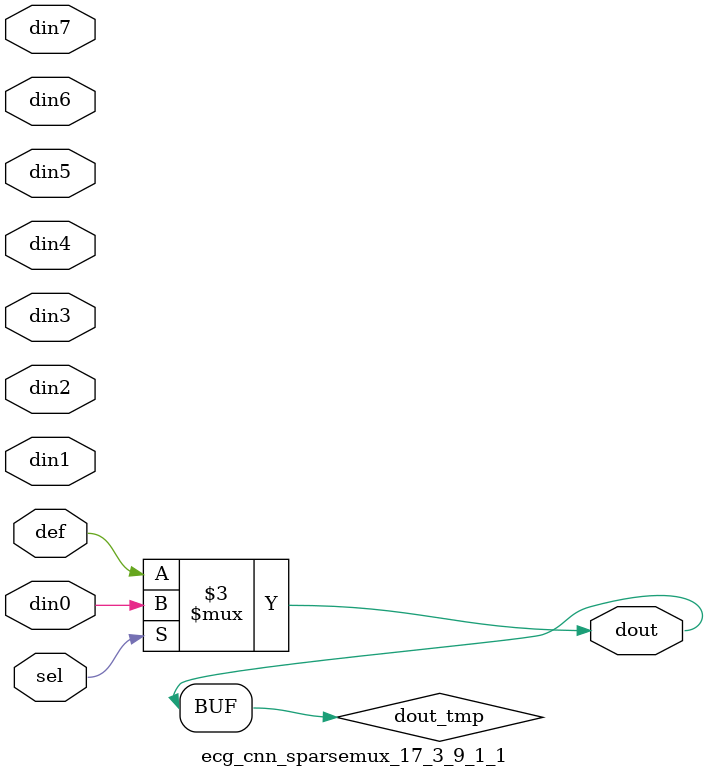
<source format=v>
`timescale 1ns / 1ps

module ecg_cnn_sparsemux_17_3_9_1_1 (din0,din1,din2,din3,din4,din5,din6,din7,def,sel,dout);

parameter din0_WIDTH = 1;

parameter din1_WIDTH = 1;

parameter din2_WIDTH = 1;

parameter din3_WIDTH = 1;

parameter din4_WIDTH = 1;

parameter din5_WIDTH = 1;

parameter din6_WIDTH = 1;

parameter din7_WIDTH = 1;

parameter def_WIDTH = 1;
parameter sel_WIDTH = 1;
parameter dout_WIDTH = 1;

parameter [sel_WIDTH-1:0] CASE0 = 1;

parameter [sel_WIDTH-1:0] CASE1 = 1;

parameter [sel_WIDTH-1:0] CASE2 = 1;

parameter [sel_WIDTH-1:0] CASE3 = 1;

parameter [sel_WIDTH-1:0] CASE4 = 1;

parameter [sel_WIDTH-1:0] CASE5 = 1;

parameter [sel_WIDTH-1:0] CASE6 = 1;

parameter [sel_WIDTH-1:0] CASE7 = 1;

parameter ID = 1;
parameter NUM_STAGE = 1;



input [din0_WIDTH-1:0] din0;

input [din1_WIDTH-1:0] din1;

input [din2_WIDTH-1:0] din2;

input [din3_WIDTH-1:0] din3;

input [din4_WIDTH-1:0] din4;

input [din5_WIDTH-1:0] din5;

input [din6_WIDTH-1:0] din6;

input [din7_WIDTH-1:0] din7;

input [def_WIDTH-1:0] def;
input [sel_WIDTH-1:0] sel;

output [dout_WIDTH-1:0] dout;



reg [dout_WIDTH-1:0] dout_tmp;


always @ (*) begin
(* parallel_case *) case (sel)
    
    CASE0 : dout_tmp = din0;
    
    CASE1 : dout_tmp = din1;
    
    CASE2 : dout_tmp = din2;
    
    CASE3 : dout_tmp = din3;
    
    CASE4 : dout_tmp = din4;
    
    CASE5 : dout_tmp = din5;
    
    CASE6 : dout_tmp = din6;
    
    CASE7 : dout_tmp = din7;
    
    default : dout_tmp = def;
endcase
end


assign dout = dout_tmp;



endmodule

</source>
